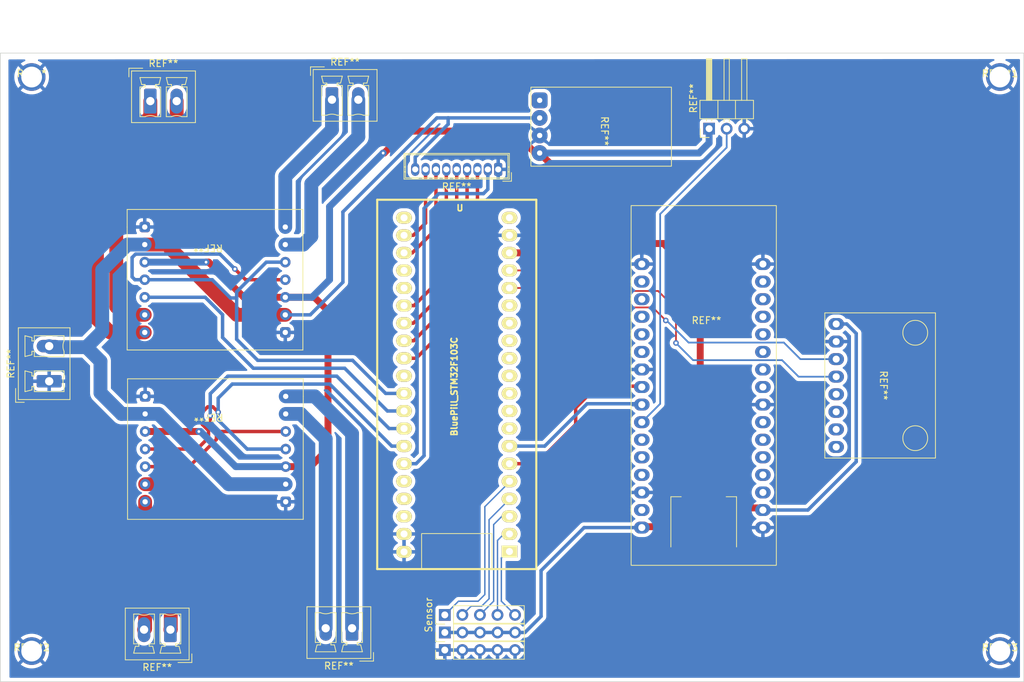
<source format=kicad_pcb>
(kicad_pcb (version 20211014) (generator pcbnew)
  (layers (0 "F.Cu" signal) (31 "B.Cu" signal) (34 "B.Paste" user) (35 "F.Paste" user) (36 "B.SilkS" user "B.Silkscreen") (37 "F.SilkS" user "F.Silkscreen") (38 "B.Mask" user) (39 "F.Mask" user) (44 "Edge.Cuts" user))
  (net 0 "")
  (net 1 "LED_D")
  (net 2 "GND")
  (net 3 "SCL")
  (net 4 "SDA")
  (footprint "Library:Hole" (layer "F.Cu") (at 212.8012 128.524)
    (fp_text reference "REF**3" (at 0 -0.5 unlocked) (layer "F.SilkS"))
    (fp_text value "Hole")
    (pad "1" thru_hole circle locked (at 0 0) (size 4 4) (drill 3) (layers *.Cu *.Mask) (net 2 "GND"))
  )
  (footprint "Library:BluePill_STM32F103C" (layer "F.Cu") (at 141.8844 114.0768 180)
    (fp_text reference "U" (at 7.1628 49.6062) (layer "F.SilkS") (effects (font (size 0.889 0.889) (thickness 0.3048))))
    (fp_text value "BluePill_STM32F103C" (at 7.9756 23.7998 90) (layer "F.SilkS") (effects (font (size 0.889 0.889) (thickness 0.22225))))
    (pad "3V3" thru_hole oval (at 0 48.2092 90) (size 1.7272 2.25) (drill 1.016) (layers *.Cu *.Mask "F.SilkS"))
    (pad "3V3" thru_hole oval (at 15.24 5.0292 270) (size 1.7272 2.25) (drill 1.016) (layers *.Cu *.Mask "F.SilkS"))
    (pad "5V" thru_hole oval (at 0 43.1292 90) (size 1.7272 2.25) (drill 1.016) (layers *.Cu *.Mask "F.SilkS"))
    (pad "A0" thru_hole oval (at 15.24 38.0492 270) (size 1.7272 2.25) (drill 1.016) (layers *.Cu *.Mask "F.SilkS"))
    (pad "A1" thru_hole oval (at 15.24 35.5092 270) (size 1.7272 2.25) (drill 1.016) (layers *.Cu *.Mask "F.SilkS"))
    (pad "A2" thru_hole oval (at 15.24 32.9692 270) (size 1.7272 2.25) (drill 1.016) (layers *.Cu *.Mask "F.SilkS"))
    (pad "A3" thru_hole oval (at 15.24 30.4292 270) (size 1.7272 2.25) (drill 1.016) (layers *.Cu *.Mask "F.SilkS"))
    (pad "A4" thru_hole oval (at 15.24 27.8892 270) (size 1.7272 2.25) (drill 1.016) (layers *.Cu *.Mask "F.SilkS"))
    (pad "A5" thru_hole oval (at 15.24 25.3492 270) (size 1.7272 2.25) (drill 1.016) (layers *.Cu *.Mask "F.SilkS"))
    (pad "A6" thru_hole oval (at 15.24 22.8092 270) (size 1.7272 2.25) (drill 1.016) (layers *.Cu *.Mask "F.SilkS"))
    (pad "A7" thru_hole oval (at 15.24 20.2692 270) (size 1.7272 2.25) (drill 1.016) (layers *.Cu *.Mask "F.SilkS"))
    (pad "A8" thru_hole oval (at 0 10.1092 90) (size 1.7272 2.25) (drill 1.016) (layers *.Cu *.Mask "F.SilkS"))
    (pad "A9" thru_hole oval (at 0 12.6492 90) (size 1.7272 2.25) (drill 1.016) (layers *.Cu *.Mask "F.SilkS"))
    (pad "A10" thru_hole oval (at 0 15.1892 90) (size 1.7272 2.25) (drill 1.016) (layers *.Cu *.Mask "F.SilkS"))
    (pad "A11" thru_hole oval (at 0 17.7292 90) (size 1.7272 2.25) (drill 1.016) (layers *.Cu *.Mask "F.SilkS"))
    (pad "A12" thru_hole oval (at 0 20.2692 90) (size 1.7272 2.25) (drill 1.016) (layers *.Cu *.Mask "F.SilkS"))
    (pad "A15" thru_hole oval (at 0 22.8092 90) (size 1.7272 2.25) (drill 1.016) (layers *.Cu *.Mask "F.SilkS"))
    (pad "B0" thru_hole oval (at 15.24 17.7292 270) (size 1.7272 2.25) (drill 1.016) (layers *.Cu *.Mask "F.SilkS"))
    (pad "B1" thru_hole oval (at 15.24 15.1892 270) (size 1.7272 2.25) (drill 1.016) (layers *.Cu *.Mask "F.SilkS"))
    (pad "B3" thru_hole oval (at 0 25.3492 90) (size 1.7272 2.25) (drill 1.016) (layers *.Cu *.Mask "F.SilkS"))
    (pad "B4" thru_hole oval (at 0 27.8892 90) (size 1.7272 2.25) (drill 1.016) (layers *.Cu *.Mask "F.SilkS"))
    (pad "B5" thru_hole oval (at 0 30.4292 90) (size 1.7272 2.25) (drill 1.016) (layers *.Cu *.Mask "F.SilkS"))
    (pad "B6" thru_hole oval (at 0 32.9692 90) (size 1.7272 2.25) (drill 1.016) (layers *.Cu *.Mask "F.SilkS"))
    (pad "B7" thru_hole oval (at 0 35.5092 90) (size 1.7272 2.25) (drill 1.016) (layers *.Cu *.Mask "F.SilkS"))
    (pad "B8" thru_hole oval (at 0 38.0492 90) (size 1.7272 2.25) (drill 1.016) (layers *.Cu *.Mask "F.SilkS") (net 3 "SCL"))
    (pad "B9" thru_hole oval (at 0 40.5892 90) (size 1.7272 2.25) (drill 1.016) (layers *.Cu *.Mask "F.SilkS") (net 4 "SDA"))
    (pad "B10" thru_hole oval (at 15.24 12.6492 270) (size 1.7272 2.25) (drill 1.016) (layers *.Cu *.Mask "F.SilkS"))
    (pad "B11" thru_hole oval (at 15.24 10.1092 270) (size 1.7272 2.25) (drill 1.016) (layers *.Cu *.Mask "F.SilkS"))
    (pad "B12" thru_hole rect (at 0 -0.0508 90) (size 1.7272 2.25) (drill 1.016) (layers *.Cu *.Mask "F.SilkS"))
    (pad "B13" thru_hole oval (at 0 2.4892 90) (size 1.7272 2.25) (drill 1.016) (layers *.Cu *.Mask "F.SilkS"))
    (pad "B14" thru_hole oval (at 0 5.0292 90) (size 1.7272 2.25) (drill 1.016) (layers *.Cu *.Mask "F.SilkS"))
    (pad "B15" thru_hole oval (at 0 7.5692 90) (size 1.7272 2.25) (drill 1.016) (layers *.Cu *.Mask "F.SilkS"))
    (pad "C13" thru_hole oval (at 15.24 45.6692 270) (size 1.7272 2.25) (drill 1.016) (layers *.Cu *.Mask "F.SilkS"))
    (pad "C14" thru_hole oval (at 15.24 43.1292 270) (size 1.7272 2.25) (drill 1.016) (layers *.Cu *.Mask "F.SilkS"))
    (pad "C15" thru_hole oval (at 15.24 40.5892 270) (size 1.7272 2.25) (drill 1.016) (layers *.Cu *.Mask "F.Paste" "F.SilkS"))
    (pad "G" thru_hole oval (at 15.24 -0.1016 270) (size 1.7272 2.25) (drill 1.016) (layers *.Cu *.Mask "F.SilkS") (net 2 "GND"))
    (pad "G" thru_hole oval (at 15.24 2.4892 270) (size 1.7272 2.25) (drill 1.016) (layers *.Cu *.Mask "F.SilkS") (net 2 "GND"))
    (pad "G" thru_hole oval (at 0 45.6692 90) (size 1.7272 2.25) (drill 1.016) (layers *.Cu *.Mask "F.SilkS") (net 2 "GND"))
    (pad "R" thru_hole oval (at 15.24 7.5692 270) (size 1.7272 2.25) (drill 1.016) (layers *.Cu *.Mask "F.SilkS"))
    (pad "VB" thru_hole oval (at 15.24 48.2092 270) (size 1.7272 2.25) (drill 1.016) (layers *.Cu *.Mask "F.SilkS"))
  )
  (footprint "Connector_PinHeader_2.54mm:PinHeader_1x03_P2.54mm_Horizontal" (layer "F.Cu") (at 170.7538 52.9906 90)
    (fp_text reference "REF**" (at 4.385 -2.27 90) (layer "F.SilkS"))
    (fp_text value "PinHeader_1x03_P2.54mm_Horizontal")
    (pad "DO" thru_hole oval (at 0 2.54 90) (size 1.7 1.7) (drill 1) (layers *.Cu *.Mask) (net 1 "LED_D"))
    (pad "GND" thru_hole oval (at 0 5.08 90) (size 1.7 1.7) (drill 1) (layers *.Cu *.Mask) (net 2 "GND"))
    (pad "VCC" thru_hole rect (at 0 0 90) (size 1.7 1.7) (drill 1) (layers *.Cu *.Mask))
  )
  (footprint "Connector_Phoenix_MC:PhoenixContact_MCV_1,5_2-G-3.81_1x02_P3.81mm_Vertical" (layer "F.Cu") (at 92.8624 125.4252 180)
    (fp_text reference "REF**" (at 1.9 -5.45) (layer "F.SilkS"))
    (fp_text value "PhoenixContact_MCV_1,5_2-G-3.81_1x02_P3.81mm_Vertical" hide)
    (pad "1" thru_hole roundrect (at 0 0 180) (size 1.8 3.6) (drill 1.2) (layers *.Cu *.Mask) (roundrect_rratio 0.138889))
    (pad "2" thru_hole oval (at 3.81 0 180) (size 1.8 3.6) (drill 1.2) (layers *.Cu *.Mask))
  )
  (footprint "Connector_Phoenix_MC:PhoenixContact_MCV_1,5_2-G-3.81_1x02_P3.81mm_Vertical" (layer "F.Cu") (at 119.126 125.222 180)
    (fp_text reference "REF**" (at 1.9 -5.45) (layer "F.SilkS"))
    (fp_text value "PhoenixContact_MCV_1,5_2-G-3.81_1x02_P3.81mm_Vertical" hide)
    (pad "1" thru_hole roundrect (at 0 0 180) (size 1.8 3.6) (drill 1.2) (layers *.Cu *.Mask) (roundrect_rratio 0.138889))
    (pad "2" thru_hole oval (at 3.81 0 180) (size 1.8 3.6) (drill 1.2) (layers *.Cu *.Mask))
  )
  (footprint "Library:Hole" (layer "F.Cu") (at 212.8012 45.524)
    (fp_text reference "REF**1" (at 0 -0.5 unlocked) (layer "F.SilkS"))
    (fp_text value "Hole")
    (pad "1" thru_hole circle locked (at 0 0) (size 4 4) (drill 3) (layers *.Cu *.Mask) (net 2 "GND"))
  )
  (footprint "Connector_PinHeader_2.54mm:PinHeader_1x05_P2.54mm_Vertical" (layer "F.Cu") (at 132.5372 123.2916 90)
    (fp_text reference "Sensor" (at 0 -2.33 90) (layer "F.SilkS"))
    (fp_text value "PinHeader_1x05_P2.54mm_Vertical" hide)
    (pad "1" thru_hole rect (at 0 0 90) (size 1.7 1.7) (drill 1) (layers *.Cu *.Mask))
    (pad "2" thru_hole oval (at 0 2.54 90) (size 1.7 1.7) (drill 1) (layers *.Cu *.Mask))
    (pad "3" thru_hole oval (at 0 5.08 90) (size 1.7 1.7) (drill 1) (layers *.Cu *.Mask))
    (pad "4" thru_hole oval (at 0 7.62 90) (size 1.7 1.7) (drill 1) (layers *.Cu *.Mask))
    (pad "5" thru_hole oval (at 0 10.16 90) (size 1.7 1.7) (drill 1) (layers *.Cu *.Mask))
  )
  (footprint "Library:MPU6050" (layer "F.Cu") (at 195.4784 90.1192 -90)
    (fp_text reference "REF**" (at 0 -0.5 -90 unlocked) (layer "F.SilkS"))
    (fp_text value "MPU6050")
    (pad "ADD" thru_hole oval (at 6.35 6.35 270) (size 1.7272 2.25) (drill 1.016) (layers *.Cu *.Mask))
    (pad "GND" thru_hole oval (at -6.35 6.35 270) (size 1.7272 2.25) (drill 1.016) (layers *.Cu *.Mask) (net 2 "GND"))
    (pad "INT" thru_hole oval (at 8.89 6.35 270) (size 1.7272 2.25) (drill 1.016) (layers *.Cu *.Mask))
    (pad "SCL" thru_hole oval (at -3.81 6.35 270) (size 1.7272 2.25) (drill 1.016) (layers *.Cu *.Mask) (net 3 "SCL"))
    (pad "SDA" thru_hole oval (at -1.27 6.35 270) (size 1.7272 2.25) (drill 1.016) (layers *.Cu *.Mask) (net 4 "SDA"))
    (pad "VCC" thru_hole oval (at -8.89 6.35 270) (size 1.7272 2.25) (drill 1.016) (layers *.Cu *.Mask))
    (pad "XCL" thru_hole oval (at 3.81 6.35 270) (size 1.7272 2.25) (drill 1.016) (layers *.Cu *.Mask))
    (pad "XDA" thru_hole oval (at 1.27 6.35 270) (size 1.7272 2.25) (drill 1.016) (layers *.Cu *.Mask))
  )
  (footprint "Library:Hole" (layer "F.Cu") (at 72.8012 128.524)
    (fp_text reference "REF**2" (at 0 -0.5 unlocked) (layer "F.SilkS"))
    (fp_text value "Hole")
    (pad "1" thru_hole circle locked (at 0 0) (size 4 4) (drill 3) (layers *.Cu *.Mask) (net 2 "GND"))
  )
  (footprint "Library:MINI_DCDC" (layer "F.Cu") (at 155.1432 53.34 -90)
    (fp_text reference "REF**" (at 0 -0.5 -90 unlocked) (layer "F.SilkS"))
    (fp_text value "MINI_DCDC")
    (pad "EN" thru_hole roundrect (at -4.445 8.89 270) (size 2.286 2.286) (drill 0.762) (layers *.Cu *.Mask))
    (pad "GND" thru_hole circle (at 0.635 8.89 270) (size 2.286 2.286) (drill 0.762) (layers *.Cu *.Mask) (net 2 "GND"))
    (pad "IN+" thru_hole circle (at -1.905 8.89 270) (size 2.286 2.286) (drill 0.762) (layers *.Cu *.Mask))
    (pad "VO+" thru_hole circle (at 3.175 8.89 270) (size 2.286 2.286) (drill 0.762) (layers *.Cu *.Mask))
  )
  (footprint "Library:A4950Driver" (layer "F.Cu") (at 112.014 77.3684 180)
    (fp_text reference "REF**" (at 13.7 7.12 180 unlocked) (layer "F.SilkS"))
    (fp_text value "A4950Driver")
    (pad "AIN1" thru_hole circle (at 2.54 5.08 180) (size 1.524 1.524) (drill 0.762) (layers *.Cu *.Mask))
    (pad "AIN2" thru_hole circle (at 2.54 2.54 180) (size 1.524 1.524) (drill 0.762) (layers *.Cu *.Mask))
    (pad "AOUT1" thru_hole circle (at 22.86 -2.54 180) (size 1.524 1.524) (drill 0.762) (layers *.Cu *.Mask))
    (pad "AOUT2" thru_hole circle (at 22.86 -5.08 180) (size 1.524 1.524) (drill 0.762) (layers *.Cu *.Mask))
    (pad "BIN1" thru_hole circle (at 22.86 0 180) (size 1.524 1.524) (drill 0.762) (layers *.Cu *.Mask "F.Paste"))
    (pad "BIN2" thru_hole circle (at 22.86 2.54 180) (size 1.524 1.524) (drill 0.762) (layers *.Cu *.Mask))
    (pad "BOUT1" thru_hole circle (at 2.54 7.62 180) (size 1.524 1.524) (drill 0.762) (layers *.Cu *.Mask))
    (pad "BOUT2" thru_hole circle (at 2.54 10.16 180) (size 1.524 1.524) (drill 0.762) (layers *.Cu *.Mask))
    (pad "GND" thru_hole roundrect (at 22.86 10.16 180) (size 1.524 1.524) (drill 0.762) (layers *.Cu *.Mask) (net 2 "GND"))
    (pad "GND" thru_hole roundrect (at 2.54 -5.08 180) (size 1.524 1.524) (drill 0.762) (layers *.Cu *.Mask) (net 2 "GND"))
    (pad "VCC" thru_hole circle (at 22.86 5.08 180) (size 1.524 1.524) (drill 0.762) (layers *.Cu *.Mask))
    (pad "VCC" thru_hole circle (at 2.54 0 180) (size 1.524 1.524) (drill 0.762) (layers *.Cu *.Mask))
    (pad "VM" thru_hole circle (at 2.54 -2.54 180) (size 1.524 1.524) (drill 0.762) (layers *.Cu *.Mask))
    (pad "VM" thru_hole circle (at 22.86 7.62 180) (size 1.524 1.524) (drill 0.762) (layers *.Cu *.Mask))
  )
  (footprint "Connector_Phoenix_MC:PhoenixContact_MCV_1,5_2-G-3.81_1x02_P3.81mm_Vertical" (layer "F.Cu") (at 89.9589 49.0041)
    (fp_text reference "REF**" (at 1.9 -5.45) (layer "F.SilkS"))
    (fp_text value "PhoenixContact_MCV_1,5_2-G-3.81_1x02_P3.81mm_Vertical" hide)
    (pad "1" thru_hole roundrect (at 0 0) (size 1.8 3.6) (drill 1.2) (layers *.Cu *.Mask) (roundrect_rratio 0.138889))
    (pad "2" thru_hole oval (at 3.81 0) (size 1.8 3.6) (drill 1.2) (layers *.Cu *.Mask))
  )
  (footprint "Connector_PinHeader_2.54mm:PinHeader_1x05_P2.54mm_Vertical" (layer "F.Cu") (at 132.5372 128.3716 90)
    (fp_text reference "REF**" hide)
    (fp_text value "PinHeader_1x05_P2.54mm_Vertical" hide)
    (pad "1" thru_hole rect (at 0 0 90) (size 1.7 1.7) (drill 1) (layers *.Cu *.Mask) (net 2 "GND"))
    (pad "2" thru_hole oval (at 0 2.54 90) (size 1.7 1.7) (drill 1) (layers *.Cu *.Mask) (net 2 "GND"))
    (pad "3" thru_hole oval (at 0 5.08 90) (size 1.7 1.7) (drill 1) (layers *.Cu *.Mask) (net 2 "GND"))
    (pad "4" thru_hole oval (at 0 7.62 90) (size 1.7 1.7) (drill 1) (layers *.Cu *.Mask) (net 2 "GND"))
    (pad "5" thru_hole oval (at 0 10.16 90) (size 1.7 1.7) (drill 1) (layers *.Cu *.Mask) (net 2 "GND"))
  )
  (footprint "Library:Luatos_ESP32C3" (layer "F.Cu") (at 161.0213 110.66645)
    (fp_text reference "REF**" (at 9.3619 -29.94525 unlocked) (layer "F.SilkS"))
    (fp_text value "Luatos_ESP32C3")
    (pad "3V3" thru_hole oval (at 17.51 -15.24 270) (size 1.7272 2.25) (drill 1.016) (layers *.Cu "B.Mask"))
    (pad "3V3" thru_hole oval (at 0 -7.62 270) (size 1.7272 2.25) (drill 1.016) (layers *.Cu "B.Mask"))
    (pad "3V3" thru_hole oval (at 17.51 -35.56 270) (size 1.7272 2.25) (drill 1.016) (layers *.Cu "B.Mask"))
    (pad "5V" thru_hole oval (at 17.51 -2.54 270) (size 1.7272 2.25) (drill 1.016) (layers *.Cu "B.Mask"))
    (pad "5V" thru_hole oval (at 0 0 270) (size 1.7272 2.25) (drill 1.016) (layers *.Cu "B.Mask"))
    (pad "EN" thru_hole oval (at 0 -10.16 270) (size 1.7272 2.25) (drill 1.016) (layers *.Cu "B.Mask"))
    (pad "GND" thru_hole oval (at 0 -5.08 270) (size 1.7272 2.25) (drill 1.016) (layers *.Cu "B.Mask") (net 2 "GND"))
    (pad "GND" thru_hole oval (at 0 -38.1 270) (size 1.7272 2.25) (drill 1.016) (layers *.Cu "B.Mask") (net 2 "GND"))
    (pad "GND" thru_hole oval (at 0 -22.86 270) (size 1.7272 2.25) (drill 1.016) (layers *.Cu "B.Mask") (net 2 "GND"))
    (pad "GND" thru_hole oval (at 17.51 -17.78 270) (size 1.7272 2.25) (drill 1.016) (layers *.Cu "B.Mask") (net 2 "GND"))
    (pad "GND" thru_hole oval (at 17.51 0 270) (size 1.7272 2.25) (drill 1.016) (layers *.Cu "B.Mask") (net 2 "GND"))
    (pad "GND" thru_hole oval (at 17.51 -38.1 270) (size 1.7272 2.25) (drill 1.016) (layers *.Cu "B.Mask") (net 2 "GND"))
    (pad "IO00" thru_hole oval (at 0 -35.56 270) (size 1.7272 2.25) (drill 1.016) (layers *.Cu "B.Mask"))
    (pad "IO01" thru_hole oval (at 0 -33.02 270) (size 1.7272 2.25) (drill 1.016) (layers *.Cu "B.Mask"))
    (pad "IO02" thru_hole oval (at 17.51 -33.02 270) (size 1.7272 2.25) (drill 1.016) (layers *.Cu "B.Mask"))
    (pad "IO03" thru_hole oval (at 17.51 -30.48 270) (size 1.7272 2.25) (drill 1.016) (layers *.Cu "B.Mask"))
    (pad "IO04" thru_hole oval (at 17.51 -10.16 270) (size 1.7272 2.25) (drill 1.016) (layers *.Cu "B.Mask"))
    (pad "IO05" thru_hole oval (at 17.51 -12.7 270) (size 1.7272 2.25) (drill 1.016) (layers *.Cu "B.Mask"))
    (pad "IO06" thru_hole oval (at 17.51 -25.4 270) (size 1.7272 2.25) (drill 1.016) (layers *.Cu "B.Mask"))
    (pad "IO07" thru_hole oval (at 17.51 -22.86 270) (size 1.7272 2.25) (drill 1.016) (layers *.Cu "B.Mask"))
    (pad "IO08" thru_hole oval (at 17.51 -7.62 270) (size 1.7272 2.25) (drill 1.016) (layers *.Cu "B.Mask"))
    (pad "IO09" thru_hole oval (at 17.51 -5.08 270) (size 1.7272 2.25) (drill 1.016) (layers *.Cu "B.Mask"))
    (pad "IO10" thru_hole oval (at 17.51 -27.94 270) (size 1.7272 2.25) (drill 1.016) (layers *.Cu "B.Mask"))
    (pad "IO11" thru_hole oval (at 17.51 -20.32 270) (size 1.7272 2.25) (drill 1.016) (layers *.Cu "B.Mask"))
    (pad "IO12" thru_hole oval (at 0 -30.48 270) (size 1.7272 2.25) (drill 1.016) (layers *.Cu "B.Mask"))
    (pad "IO13" thru_hole oval (at 0 -15.24 270) (size 1.7272 2.25) (drill 1.016) (layers *.Cu "B.Mask") (net 1 "LED_D"))
    (pad "IO18" thru_hole oval (at 0 -27.94 270) (size 1.7272 2.25) (drill 1.016) (layers *.Cu "B.Mask"))
    (pad "IO19" thru_hole oval (at 0 -25.4 270) (size 1.7272 2.25) (drill 1.016) (layers *.Cu "B.Mask"))
    (pad "NC" thru_hole oval (at 0 -12.7 270) (size 1.7272 2.25) (drill 1.016) (layers *.Cu "B.Mask"))
    (pad "PWB" thru_hole oval (at 0 -2.54 270) (size 1.7272 2.25) (drill 1.016) (layers *.Cu "B.Mask"))
    (pad "RXD0" thru_hole oval (at 0 -20.32 270) (size 1.7272 2.25) (drill 1.016) (layers *.Cu "B.Mask"))
    (pad "TXD0" thru_hole oval (at 0 -17.78 270) (size 1.7272 2.25) (drill 1.016) (layers *.Cu "B.Mask"))
  )
  (footprint "Connector_Phoenix_MC_HighVoltage:PhoenixContact_MCV_1,5_2-G-5.08_1x02_P5.08mm_Vertical" (layer "F.Cu") (at 75.3364 89.5096 90)
    (fp_text reference "REF**" (at 2.54 -5.55 90) (layer "F.SilkS"))
    (fp_text value "PhoenixContact_MCV_1,5_2-G-5.08_1x02_P5.08mm_Vertical")
    (pad "B+" thru_hole oval (at 5.08 0 90) (size 1.8 3.6) (drill 1.2) (layers *.Cu *.Mask))
    (pad "GND" thru_hole roundrect (at 0 0 90) (size 1.8 3.6) (drill 1.2) (layers *.Cu *.Mask) (roundrect_rratio 0.138889) (net 2 "GND"))
  )
  (footprint "Connector_Phoenix_MC:PhoenixContact_MCV_1,5_2-G-3.81_1x02_P3.81mm_Vertical" (layer "F.Cu") (at 116.2225 48.8009)
    (fp_text reference "REF**" (at 1.9 -5.45) (layer "F.SilkS"))
    (fp_text value "PhoenixContact_MCV_1,5_2-G-3.81_1x02_P3.81mm_Vertical" hide)
    (pad "1" thru_hole roundrect (at 0 0) (size 1.8 3.6) (drill 1.2) (layers *.Cu *.Mask) (roundrect_rratio 0.138889))
    (pad "2" thru_hole oval (at 3.81 0) (size 1.8 3.6) (drill 1.2) (layers *.Cu *.Mask))
  )
  (footprint "Library:Hole" (layer "F.Cu") (at 72.8012 45.524)
    (fp_text reference "REF**" (at 0 -0.5 unlocked) (layer "F.SilkS"))
    (fp_text value "Hole")
    (pad "1" thru_hole circle locked (at 0 0) (size 4 4) (drill 3) (layers *.Cu *.Mask) (net 2 "GND"))
  )
  (footprint "Connector_Wuerth:Wuerth_WR-WTB_64800911622_1x09_P1.50mm_Vertical" (layer "F.Cu") (at 140.2588 58.8772 180)
    (fp_text reference "REF**" (at 6 -2.5 180) (layer "F.SilkS"))
    (fp_text value "Wuerth_WR-WTB_64800911622_1x09_P1.50mm_Vertical")
    (pad "1" thru_hole roundrect (at 0 0 180) (size 1.17 1.87) (drill 0.87) (layers *.Cu *.Mask) (roundrect_rratio 0.213675) (net 2 "GND"))
    (pad "2" thru_hole oval (at 1.5 0 180) (size 1.17 1.87) (drill 0.87) (layers *.Cu *.Mask))
    (pad "3" thru_hole oval (at 3 0 180) (size 1.17 1.87) (drill 0.87) (layers *.Cu *.Mask))
    (pad "4" thru_hole oval (at 4.5 0 180) (size 1.17 1.87) (drill 0.87) (layers *.Cu *.Mask))
    (pad "5" thru_hole oval (at 6 0 180) (size 1.17 1.87) (drill 0.87) (layers *.Cu *.Mask))
    (pad "6" thru_hole oval (at 7.5 0 180) (size 1.17 1.87) (drill 0.87) (layers *.Cu *.Mask))
    (pad "7" thru_hole oval (at 9 0 180) (size 1.17 1.87) (drill 0.87) (layers *.Cu *.Mask))
    (pad "8" thru_hole oval (at 10.5 0 180) (size 1.17 1.87) (drill 0.87) (layers *.Cu *.Mask))
    (pad "9" thru_hole oval (at 12 0 180) (size 1.17 1.87) (drill 0.87) (layers *.Cu *.Mask))
  )
  (footprint "Connector_PinHeader_2.54mm:PinHeader_1x05_P2.54mm_Vertical" (layer "F.Cu") (at 132.5422 125.8316 90)
    (fp_text reference "REF**" hide)
    (fp_text value "PinHeader_1x05_P2.54mm_Vertical" hide)
    (pad "1" thru_hole rect (at 0 0 90) (size 1.7 1.7) (drill 1) (layers *.Cu *.Mask))
    (pad "2" thru_hole oval (at 0 2.54 90) (size 1.7 1.7) (drill 1) (layers *.Cu *.Mask))
    (pad "3" thru_hole oval (at 0 5.08 90) (size 1.7 1.7) (drill 1) (layers *.Cu *.Mask))
    (pad "4" thru_hole oval (at 0 7.62 90) (size 1.7 1.7) (drill 1) (layers *.Cu *.Mask))
    (pad "5" thru_hole oval (at 0 10.16 90) (size 1.7 1.7) (drill 1) (layers *.Cu *.Mask))
  )
  (footprint "Library:A4950Driver" (layer "F.Cu") (at 112.0714 101.854 180)
    (fp_text reference "REF**" (at 13.7 7.12 180 unlocked) (layer "F.SilkS"))
    (fp_text value "A4950Driver")
    (pad "AIN1" thru_hole circle (at 2.54 5.08 180) (size 1.524 1.524) (drill 0.762) (layers *.Cu *.Mask))
    (pad "AIN2" thru_hole circle (at 2.54 2.54 180) (size 1.524 1.524) (drill 0.762) (layers *.Cu *.Mask))
    (pad "AOUT1" thru_hole circle (at 22.86 -2.54 180) (size 1.524 1.524) (drill 0.762) (layers *.Cu *.Mask))
    (pad "AOUT2" thru_hole circle (at 22.86 -5.08 180) (size 1.524 1.524) (drill 0.762) (layers *.Cu *.Mask))
    (pad "BIN1" thru_hole circle (at 22.86 0 180) (size 1.524 1.524) (drill 0.762) (layers *.Cu *.Mask "F.Paste"))
    (pad "BIN2" thru_hole circle (at 22.86 2.54 180) (size 1.524 1.524) (drill 0.762) (layers *.Cu *.Mask))
    (pad "BOUT1" thru_hole circle (at 2.54 7.62 180) (size 1.524 1.524) (drill 0.762) (layers *.Cu *.Mask))
    (pad "BOUT2" thru_hole circle (at 2.54 10.16 180) (size 1.524 1.524) (drill 0.762) (layers *.Cu *.Mask))
    (pad "GND" thru_hole roundrect (at 22.86 10.16 180) (size 1.524 1.524) (drill 0.762) (layers *.Cu *.Mask) (net 2 "GND"))
    (pad "GND" thru_hole roundrect (at 2.54 -5.08 180) (size 1.524 1.524) (drill 0.762) (layers *.Cu *.Mask) (net 2 "GND"))
    (pad "VCC" thru_hole circle (at 2.54 0 180) (size 1.524 1.524) (drill 0.762) (layers *.Cu *.Mask))
    (pad "VCC" thru_hole circle (at 22.86 5.08 180) (size 1.524 1.524) (drill 0.762) (layers *.Cu *.Mask))
    (pad "VM" thru_hole circle (at 22.86 7.62 180) (size 1.524 1.524) (drill 0.762) (layers *.Cu *.Mask))
    (pad "VM" thru_hole circle (at 2.54 -2.54 180) (size 1.524 1.524) (drill 0.762) (layers *.Cu *.Mask))
  )
  (gr_rect (start 68.2752 42.0624) (end 216.2556 132.9436) (layer "Edge.Cuts") (width 0.1) (fill none))
  (segment (start 115.6462 99.314) (end 113.1062 101.854) (width 1) (layer "F.Cu") (net 0))
  (segment (start 127.9852 68.4076) (end 126.6444 68.4076) (width 0.5) (layer "F.Cu") (net 0))
  (segment (start 145.6182 56.515) (end 146.2532 56.515) (width 1) (layer "F.Cu") (net 0))
  (segment (start 127.8328 70.9476) (end 126.6444 70.9476) (width 0.5) (layer "F.Cu") (net 0))
  (segment (start 98.0186 72.2884) (end 98.3996 72.2884) (width 1) (layer "F.Cu") (net 0))
  (segment (start 151.4602 95.758) (end 151.4602 93.345) (width 0.5) (layer "F.Cu") (net 0))
  (segment (start 129.7588 66.634) (end 127.9852 68.4076) (width 0.5) (layer "F.Cu") (net 0))
  (segment (start 128.036 83.6476) (end 126.6444 83.6476) (width 0.5) (layer "F.Cu") (net 0))
  (segment (start 99.5172 96.774) (end 99.5172 97.917) (width 0.5) (layer "F.Cu") (net 0))
  (segment (start 103.7336 74.8284) (end 102.1842 73.279) (width 0.5) (layer "F.Cu") (net 0))
  (segment (start 137.2588 77.3204) (end 128.3916 86.1876) (width 0.5) (layer "F.Cu") (net 0))
  (segment (start 166.1668 107.823) (end 178.1302 107.823) (width 1) (layer "F.Cu") (net 0))
  (segment (start 95.5802 101.854) (end 89.2114 101.854) (width 0.5) (layer "F.Cu") (net 0))
  (segment (start 131.2588 67.5216) (end 127.8328 70.9476) (width 0.5) (layer "F.Cu") (net 0))
  (segment (start 151.4602 93.345) (end 154.5844 90.2208) (width 0.5) (layer "F.Cu") (net 0))
  (segment (start 109.474 74.8284) (end 103.7336 74.8284) (width 0.5) (layer "F.Cu") (net 0))
  (segment (start 89.154 69.7484) (end 92.3036 69.7484) (width 2) (layer "F.Cu") (net 0))
  (segment (start 149.8092 67.564) (end 146.4256 70.9476) (width 1) (layer "F.Cu") (net 0))
  (segment (start 149.8092 60.071) (end 149.8092 67.564) (width 1) (layer "F.Cu") (net 0))
  (segment (start 98.6282 95.885) (end 99.5172 96.774) (width 0.5) (layer "F.Cu") (net 0))
  (segment (start 151.8412 69.596) (end 164.1602 69.596) (width 1) (layer "F.Cu") (net 0))
  (segment (start 98.3742 97.663) (end 96.7232 99.314) (width 0.5) (layer "F.Cu") (net 0))
  (segment (start 134.2588 74.834) (end 127.9852 81.1076) (width 0.5) (layer "F.Cu") (net 0))
  (segment (start 98.6282 94.488) (end 98.6282 95.885) (width 0.5) (layer "F.Cu") (net 0))
  (segment (start 169.4688 74.9046) (end 169.4688 104.521) (width 1) (layer "F.Cu") (net 0))
  (segment (start 89.2114 104.394) (end 90.8812 104.394) (width 2) (layer "F.Cu") (net 0))
  (segment (start 97.4852 93.98) (end 97.4852 95.758) (width 0.5) (layer "F.Cu") (net 0))
  (segment (start 93.7689 49.0041) (end 93.7689 52.9923) (width 2) (layer "F.Cu") (net 0))
  (segment (start 146.4256 70.9476) (end 141.8844 70.9476) (width 1) (layer "F.Cu") (net 0))
  (segment (start 89.9589 49.0041) (end 89.9589 51.2143) (width 2) (layer "F.Cu") (net 0))
  (segment (start 98.2472 93.218) (end 97.4852 93.98) (width 0.5) (layer "F.Cu") (net 0))
  (segment (start 141.8844 101.4276) (end 145.7906 101.4276) (width 0.5) (layer "F.Cu") (net 0))
  (segment (start 128.3916 86.1876) (end 126.6444 86.1876) (width 0.5) (layer "F.Cu") (net 0))
  (segment (start 131.2588 58.8772) (end 131.2588 67.5216) (width 0.5) (layer "F.Cu") (net 0))
  (segment (start 89.9589 51.2143) (end 82.2452 58.928) (width 2) (layer "F.Cu") (net 0))
  (segment (start 89.2114 96.774) (end 96.9772 96.774) (width 1) (layer "F.Cu") (net 0))
  (segment (start 135.7588 58.8772) (end 135.7588 75.9248) (width 0.5) (layer "F.Cu") (net 0))
  (segment (start 86.2076 79.9084) (end 89.154 79.9084) (width 2) (layer "F.Cu") (net 0))
  (segment (start 98.3996 72.2884) (end 103.4796 77.3684) (width 1) (layer "F.Cu") (net 0))
  (segment (start 134.2588 58.8772) (end 134.2588 74.834) (width 0.5) (layer "F.Cu") (net 0))
  (segment (start 98.3742 96.647) (end 98.3742 97.663) (width 0.5) (layer "F.Cu") (net 0))
  (segment (start 126.9492 53.34) (end 142.4432 53.34) (width 1) (layer "F.Cu") (net 0))
  (segment (start 129.7588 58.8772) (end 129.7588 66.634) (width 0.5) (layer "F.Cu") (net 0))
  (segment (start 102.4636 79.9084) (end 109.474 79.9084) (width 2) (layer "F.Cu") (net 0))
  (segment (start 142.4432 53.34) (end 145.6182 56.515) (width 1) (layer "F.Cu") (net 0))
  (segment (start 96.7232 99.314) (end 89.2114 99.314) (width 0.5) (layer "F.Cu") (net 0))
  (segment (start 89.2114 106.934) (end 89.2114 125.2662) (width 2) (layer "F.Cu") (net 0))
  (segment (start 135.7588 75.9248) (end 128.036 83.6476) (width 0.5) (layer "F.Cu") (net 0))
  (segment (start 93.7689 52.9923) (end 85.0392 61.722) (width 2) (layer "F.Cu") (net 0))
  (segment (start 178.1302 107.823) (end 178.308 108.0008) (width 1) (layer "F.Cu") (net 0))
  (segment (start 137.2588 58.8772) (end 137.2588 77.3204) (width 0.5) (layer "F.Cu") (net 0))
  (segment (start 146.2532 56.515) (end 149.8092 60.071) (width 1) (layer "F.Cu") (net 0))
  (segment (start 89.2114 125.2662) (end 89.0524 125.4252) (width 2) (layer "F.Cu") (net 0))
  (segment (start 113.1062 101.854) (end 109.5314 101.854) (width 1) (layer "F.Cu") (net 0))
  (segment (start 154.5844 90.2208) (end 159.9692 90.2208) (width 0.5) (layer "F.Cu") (net 0))
  (segment (start 127.9852 81.1076) (end 126.6444 81.1076) (width 0.5) (layer "F.Cu") (net 0))
  (segment (start 159.9692 90.2208) (end 160.798 90.2208) (width 0.5) (layer "F.Cu") (net 0))
  (segment (start 92.9132 125.3744) (end 92.8624 125.4252) (width 2) (layer "F.Cu") (net 0))
  (segment (start 161.0213 90.34645) (end 160.09485 90.34645) (width 0.5) (layer "F.Cu") (net 0))
  (segment (start 99.0092 93.218) (end 98.2472 93.218) (width 0.5) (layer "F.Cu") (net 0))
  (segment (start 128.0868 78.5676) (end 126.6444 78.5676) (width 0.5) (layer "F.Cu") (net 0))
  (segment (start 85.0392 78.74) (end 86.2076 79.9084) (width 2) (layer "F.Cu") (net 0))
  (segment (start 99.7712 93.98) (end 99.0092 93.218) (width 0.5) (layer "F.Cu") (net 0))
  (segment (start 163.3474 110.5408) (end 165.9382 107.95) (width 1) (layer "F.Cu") (net 0))
  (segment (start 160.09485 90.34645) (end 159.9692 90.2208) (width 0.5) (layer "F.Cu") (net 0))
  (segment (start 149.8092 67.564) (end 151.8412 69.596) (width 1) (layer "F.Cu") (net 0))
  (segment (start 92.3036 69.7484) (end 102.4636 79.9084) (width 2) (layer "F.Cu") (net 0))
  (segment (start 160.798 110.5408) (end 163.3474 110.5408) (width 1) (layer "F.Cu") (net 0))
  (segment (start 85.0392 61.722) (end 85.0392 78.74) (width 2) (layer "F.Cu") (net 0))
  (segment (start 123.7742 56.515) (end 126.9492 53.34) (width 1) (layer "F.Cu") (net 0))
  (segment (start 84.1756 82.4484) (end 89.154 82.4484) (width 2) (layer "F.Cu") (net 0))
  (segment (start 164.1602 69.596) (end 169.4688 74.9046) (width 1) (layer "F.Cu") (net 0))
  (segment (start 99.5172 96.774) (end 109.5314 96.774) (width 0.5) (layer "F.Cu") (net 0))
  (segment (start 113.6904 77.3684) (end 115.6462 79.3242) (width 1) (layer "F.Cu") (net 0))
  (segment (start 103.4796 77.3684) (end 109.474 77.3684) (width 1) (layer "F.Cu") (net 0))
  (segment (start 97.4852 95.758) (end 98.3742 96.647) (width 0.5) (layer "F.Cu") (net 0))
  (segment (start 90.8812 104.394) (end 92.9132 106.426) (width 2) (layer "F.Cu") (net 0))
  (segment (start 99.5172 97.917) (end 95.5802 101.854) (width 0.5) (layer "F.Cu") (net 0))
  (segment (start 92.9132 106.426) (end 92.9132 125.3744) (width 2) (layer "F.Cu") (net 0))
  (segment (start 132.7588 73.8956) (end 128.0868 78.5676) (width 0.5) (layer "F.Cu") (net 0))
  (segment (start 109.474 77.3684) (end 113.6904 77.3684) (width 1) (layer "F.Cu") (net 0))
  (segment (start 123.6218 56.515) (end 123.7742 56.515) (width 1) (layer "F.Cu") (net 0))
  (segment (start 132.7588 58.8772) (end 132.7588 73.8956) (width 0.5) (layer "F.Cu") (net 0))
  (segment (start 169.4688 104.521) (end 166.1668 107.823) (width 1) (layer "F.Cu") (net 0))
  (segment (start 82.2452 58.928) (end 82.2452 80.518) (width 2) (layer "F.Cu") (net 0))
  (segment (start 145.7906 101.4276) (end 151.4602 95.758) (width 0.5) (layer "F.Cu") (net 0))
  (segment (start 82.2452 80.518) (end 84.1756 82.4484) (width 2) (layer "F.Cu") (net 0))
  (segment (start 115.6462 79.3242) (end 115.6462 99.314) (width 1) (layer "F.Cu") (net 0))
  (via (at 98.0186 72.2884) (size 0.8) (drill 0.4) (layers "F.Cu" "B.Cu") (net 0))
  (via (at 96.9772 96.774) (size 0.8) (drill 0.4) (layers "F.Cu" "B.Cu") (net 0))
  (via (at 102.1842 73.279) (size 0.8) (drill 0.4) (layers "F.Cu" "B.Cu") (net 0))
  (via (at 123.6218 56.515) (size 0.8) (drill 0.4) (layers "F.Cu" "B.Cu") (net 0))
  (via (at 98.6282 94.488) (size 0.8) (drill 0.4) (layers "F.Cu" "B.Cu") (net 0))
  (via (at 99.7712 93.98) (size 0.8) (drill 0.4) (layers "F.Cu" "B.Cu") (net 0))
  (segment (start 140.716 121.3104) (end 142.6972 123.2916) (width 0.2) (layer "B.Cu") (net 0))
  (segment (start 116.2225 53.1447) (end 116.2225 48.8009) (width 2) (layer "B.Cu") (net 0))
  (segment (start 113.7412 91.694) (end 119.126 97.0788) (width 2) (layer "B.Cu") (net 0))
  (segment (start 111.7092 94.234) (end 115.316 97.8408) (width 2) (layer "B.Cu") (net 0))
  (segment (start 124.8718 98.8876) (end 126.6444 98.8876) (width 0.5) (layer "B.Cu") (net 0))
  (segment (start 124.4908 96.3476) (end 116.9162 88.773) (width 0.5) (layer "B.Cu") (net 0))
  (segment (start 87.7316 74.8284) (end 89.154 74.8284) (width 0.5) (layer "B.Cu") (net 0))
  (segment (start 146.4564 116.8908) (end 152.68075 110.66645) (width 0.5) (layer "B.Cu") (net 0))
  (segment (start 109.5314 94.234) (end 111.7092 94.234) (width 2) (layer "B.Cu") (net 0))
  (segment (start 189.1284 81.2292) (end 190.6524 81.2292) (width 0.5) (layer "B.Cu") (net 0))
  (segment (start 137.6222 125.8316) (end 140.1622 125.8316) (width 0.5) (layer "B.Cu") (net 0))
  (segment (start 102.1842 73.279) (end 100.0252 71.12) (width 0.5) (layer "B.Cu") (net 0))
  (segment (start 117.8052 75.184) (end 117.8052 65.024) (width 0.5) (layer "B.Cu") (net 0))
  (segment (start 138.938 109.5248) (end 138.938 120.9548) (width 0.2) (layer "B.Cu") (net 0))
  (segment (start 119.126 97.0788) (end 119.126 125.222) (width 2) (layer "B.Cu") (net 0))
  (segment (start 106.7308 72.2884) (end 109.474 72.2884) (width 0.5) (layer "B.Cu") (net 0))
  (segment (start 192.024 101.1428) (end 185.04035 108.12645) (width 0.5) (layer "B.Cu") (net 0))
  (segment (start 137.8712 122.0216) (end 136.3472 122.0216) (width 0.2) (layer "B.Cu") (net 0))
  (segment (start 113.0808 79.9084) (end 117.8052 75.184) (width 0.5) (layer "B.Cu") (net 0))
  (segment (start 97.2312 96.774) (end 102.3112 101.854) (width 1) (layer "B.Cu") (net 0))
  (segment (start 109.474 69.7484) (end 112.0648 69.7484) (width 2) (layer "B.Cu") (net 0))
  (segment (start 85.8012 94.234) (end 82.7532 91.186) (width 2) (layer "B.Cu") (net 0))
  (segment (start 87.3252 71.628) (end 87.3252 74.422) (width 0.5) (layer "B.Cu") (net 0))
  (segment (start 141.8844 114.1276) (end 141.6504 114.1276) (width 0.2) (layer "B.Cu") (net 0))
  (segment (start 129.54 64.516) (end 131.6736 62.3824) (width 0.5) (layer "B.Cu") (net 0))
  (segment (start 140.716 115.062) (end 140.716 121.3104) (width 0.2) (layer "B.Cu") (net 0))
  (segment (start 112.0648 69.7484) (end 113.2332 68.58) (width 2) (layer "B.Cu") (net 0))
  (segment (start 141.8844 106.5076) (end 141.8844 106.5784) (width 0.2) (layer "B.Cu") (net 0))
  (segment (start 119.2022 86.487) (end 105.4862 86.487) (width 0.5) (layer "B.Cu") (net 0))
  (segment (start 98.0186 72.2884) (end 89.154 72.2884) (width 1) (layer "B.Cu") (net 0))
  (segment (start 141.8844 109.0476) (end 140.7868 109.0476) (width 0.2) (layer "B.Cu") (net 0))
  (segment (start 89.154 69.7484) (end 86.6648 69.7484) (width 2) (layer "B.Cu") (net 0))
  (segment (start 146.4564 123.4948) (end 146.4564 116.8908) (width 0.5) (layer "B.Cu") (net 0))
  (segment (start 131.3942 51.435) (end 133.0198 51.435) (width 0.5) (layer "B.Cu") (net 0))
  (segment (start 134.5184 121.3104) (end 132.5372 123.2916) (width 0.2) (layer "B.Cu") (net 0))
  (segment (start 128.2588 57.1104) (end 133.0198 52.3494) (width 0.5) (layer "B.Cu") (net 0))
  (segment (start 138.3284 120.3452) (end 137.3632 121.3104) (width 0.2) (layer "B.Cu") (net 0))
  (segment (start 99.7712 93.98) (end 99.7712 95.123) (width 0.5) (layer "B.Cu") (net 0))
  (segment (start 126.6444 96.3476) (end 124.4908 96.3476) (width 0.5) (layer "B.Cu") (net 0))
  (segment (start 98.6282 91.313) (end 98.6282 94.488) (width 0.5) (layer "B.Cu") (net 0))
  (segment (start 96.9772 96.774) (end 97.2312 96.774) (width 1) (layer "B.Cu") (net 0))
  (segment (start 113.2332 68.58) (end 113.2332 60.96) (width 2) (layer "B.Cu") (net 0))
  (segment (start 120.0325 54.1607) (end 120.0325 48.8009) (width 2) (layer "B.Cu") (net 0))
  (segment (start 101.1682 88.773) (end 98.6282 91.313) (width 0.5) (layer "B.Cu") (net 0))
  (segment (start 160.798 92.7608) (end 159.6136 92.7608) (width 0.5) (layer "B.Cu") (net 0))
  (segment (start 153.1112 92.7608) (end 146.9844 98.8876) (width 0.5) (layer "B.Cu") (net 0))
  (segment (start 100.4062 79.883) (end 97.8916 77.3684) (width 0.5) (layer "B.Cu") (net 0))
  (segment (start 82.7532 91.186) (end 82.7532 86.614) (width 2) (layer "B.Cu") (net 0))
  (segment (start 99.7712 95.123) (end 103.9622 99.314) (width 0.5) (layer "B.Cu") (net 0))
  (segment (start 161.0213 92.88645) (end 159.73925 92.88645) (width 0.5) (layer "B.Cu") (net 0))
  (segment (start 109.474 59.8932) (end 116.2225 53.1447) (width 2) (layer "B.Cu") (net 0))
  (segment (start 185.04035 108.12645) (end 178.5313 108.12645) (width 0.5) (layer "B.Cu") (net 0))
  (segment (start 103.9622 99.314) (end 109.5314 99.314) (width 0.5) (layer "B.Cu") (net 0))
  (segment (start 128.2588 58.8772) (end 128.2588 57.1104) (width 0.5) (layer "B.Cu") (net 0))
  (segment (start 126.6444 93.8076) (end 124.2368 93.8076) (width 0.5) (layer "B.Cu") (net 0))
  (segment (start 123.9828 91.2676) (end 119.2022 86.487) (width 0.5) (layer "B.Cu") (net 0))
  (segment (start 141.8844 106.5784) (end 138.938 109.5248) (width 0.2) (layer "B.Cu") (net 0))
  (segment (start 98.9076 74.8284) (end 101.5492 77.47) (width 0.5) (layer "B.Cu") (net 0))
  (segment (start 115.8748 74.8284) (end 113.3348 77.3684) (width 1) (layer "B.Cu") (net 0))
  (segment (start 86.6648 69.7484) (end 83.0072 73.406) (width 2) (layer "B.Cu") (net 0))
  (segment (start 190.6524 81.2292) (end 192.024 82.6008) (width 0.5) (layer "B.Cu") (net 0))
  (segment (start 141.0916 111.5876) (end 140.1572 112.522) (width 0.2) (layer "B.Cu") (net 0))
  (segment (start 102.3112 101.854) (end 109.5314 101.854) (width 1) (layer "B.Cu") (net 0))
  (segment (start 136.3472 122.0216) (end 135.0772 123.2916) (width 0.2) (layer "B.Cu") (net 0))
  (segment (start 170.7538 52.9906) (end 170.7538 55.0522) (width 1) (layer "B.Cu") (net 0))
  (segment (start 141.8844 103.9676) (end 141.8844 104.0892) (width 0.2) (layer "B.Cu") (net 0))
  (segment (start 124.2368 93.8076) (end 118.0592 87.63) (width 0.5) (layer "B.Cu") (net 0))
  (segment (start 138.1252 62.3824) (end 138.7588 61.7488) (width 0.5) (layer "B.Cu") (net 0))
  (segment (start 99.7712 93.98) (end 99.7712 91.948) (width 0.5) (layer "B.Cu") (net 0))
  (segment (start 113.2332 60.96) (end 120.0325 54.1607) (width 2) (layer "B.Cu") (net 0))
  (segment (start 87.8332 71.12) (end 87.3252 71.628) (width 0.5) (layer "B.Cu") (net 0))
  (segment (start 105.4862 86.487) (end 102.4382 83.439) (width 0.5) (layer "B.Cu") (net 0))
  (segment (start 99.7712 91.948) (end 101.8032 89.916) (width 0.5) (layer "B.Cu") (net 0))
  (segment (start 118.0592 87.63) (end 104.8512 87.63) (width 0.5) (layer "B.Cu") (net 0))
  (segment (start 141.8844 111.5876) (end 141.0916 111.5876) (width 0.2) (layer "B.Cu") (net 0))
  (segment (start 133.0198 51.435) (end 146.2532 51.435) (width 0.5) (layer "B.Cu") (net 0))
  (segment (start 109.474 67.2084) (end 109.474 59.8932) (width 2) (layer "B.Cu") (net 0))
  (segment (start 135.0822 125.8316) (end 137.6222 125.8316) (width 0.5) (layer "B.Cu") (net 0))
  (segment (start 97.8916 77.3684) (end 89.154 77.3684) (width 0.5) (layer "B.Cu") (net 0))
  (segment (start 138.3284 107.6452) (end 138.3284 120.3452) (width 0.2) (layer "B.Cu") (net 0))
  (segment (start 141.8844 104.0892) (end 138.3284 107.6452) (width 0.2) (layer "B.Cu") (net 0))
  (segment (start 192.024 82.6008) (end 192.024 101.1428) (width 0.5) (layer "B.Cu") (net 0))
  (segment (start 80.7212 84.582) (end 75.4888 84.582) (width 2) (layer "B.Cu") (net 0))
  (segment (start 101.2952 104.394) (end 109.5314 104.394) (width 2) (layer "B.Cu") (net 0))
  (segment (start 129.54 100.2792) (end 129.54 64.516) (width 0.5) (layer "B.Cu") (net 0))
  (segment (start 131.6736 62.3824) (end 138.1252 62.3824) (width 0.5) (layer "B.Cu") (net 0))
  (segment (start 138.7588 61.7488) (end 138.7588 58.8772) (width 0.5) (layer "B.Cu") (net 0))
  (segment (start 115.316 97.8408) (end 115.316 125.222) (width 2) (layer "B.Cu") (net 0))
  (segment (start 102.4382 83.439) (end 102.4382 77.47) (width 0.5) (layer "B.Cu") (net 0))
  (segment (start 82.7532 86.614) (end 80.7212 84.582) (width 2) (layer "B.Cu") (net 0))
  (segment (start 133.0198 52.3494) (end 133.0198 51.435) (width 0.5) (layer "B.Cu") (net 0))
  (segment (start 117.8052 65.024) (end 131.3942 51.435) (width 0.5) (layer "B.Cu") (net 0))
  (segment (start 115.8748 64.262) (end 115.8748 74.8284) (width 1) (layer "B.Cu") (net 0))
  (segment (start 104.8512 87.63) (end 100.4062 83.185) (width 0.5) (layer "B.Cu") (net 0))
  (segment (start 101.8032 89.916) (end 115.9002 89.916) (width 0.5) (layer "B.Cu") (net 0))
  (segment (start 89.154 74.8284) (end 98.9076 74.8284) (width 0.5) (layer "B.Cu") (net 0))
  (segment (start 140.1622 125.8316) (end 142.7022 125.8316) (width 0.5) (layer "B.Cu") (net 0))
  (segment (start 83.0072 82.296) (end 80.7212 84.582) (width 2) (layer "B.Cu") (net 0))
  (segment (start 139.5984 110.236) (end 139.5984 121.3104) (width 0.2) (layer "B.Cu") (net 0))
  (segment (start 109.474 79.9084) (end 113.0808 79.9084) (width 0.5) (layer "B.Cu") (net 0))
  (segment (start 123.6218 56.515) (end 115.8748 64.262) (width 1) (layer "B.Cu") (net 0))
  (segment (start 128.3916 101.4276) (end 129.54 100.2792) (width 0.5) (layer "B.Cu") (net 0))
  (segment (start 91.1352 94.234) (end 101.2952 104.394) (width 2) (layer "B.Cu") (net 0))
  (segment (start 102.4382 77.47) (end 102.4382 76.581) (width 0.5) (layer "B.Cu") (net 0))
  (segment (start 144.1196 125.8316) (end 146.4564 123.4948) (width 0.5) (layer "B.Cu") (net 0))
  (segment (start 115.9002 89.916) (end 124.8718 98.8876) (width 0.5) (layer "B.Cu") (net 0))
  (segment (start 116.9162 88.773) (end 101.1682 88.773) (width 0.5) (layer "B.Cu") (net 0))
  (segment (start 126.6444 91.2676) (end 123.9828 91.2676) (width 0.5) (layer "B.Cu") (net 0))
  (segment (start 109.5314 91.694) (end 113.7412 91.694) (width 2) (layer "B.Cu") (net 0))
  (segment (start 89.2114 94.234) (end 91.1352 94.234) (width 2) (layer "B.Cu") (net 0))
  (segment (start 137.3632 121.3104) (end 134.5184 121.3104) (width 0.2) (layer "B.Cu") (net 0))
  (segment (start 89.2114 94.234) (end 85.8012 94.234) (width 2) (layer "B.Cu") (net 0))
  (segment (start 142.7022 125.8316) (end 144.1196 125.8316) (width 0.5) (layer "B.Cu") (net 0))
  (segment (start 126.6444 101.4276) (end 128.3916 101.4276) (width 0.5) (layer "B.Cu") (net 0))
  (segment (start 100.0252 71.12) (end 87.8332 71.12) (width 0.5) (layer "B.Cu") (net 0))
  (segment (start 138.938 120.9548) (end 137.8712 122.0216) (width 0.2) (layer "B.Cu") (net 0))
  (segment (start 159.73925 92.88645) (end 159.6136 92.7608) (width 0.5) (layer "B.Cu") (net 0))
  (segment (start 113.3348 77.3684) (end 109.474 77.3684) (width 1) (layer "B.Cu") (net 0))
  (segment (start 83.0072 73.406) (end 83.0072 82.296) (width 2) (layer "B.Cu") (net 0))
  (segment (start 75.4888 84.582) (end 75.3364 84.4296) (width 2) (layer "B.Cu") (net 0))
  (segment (start 141.6504 114.1276) (end 140.716 115.062) (width 0.2) (layer "B.Cu") (net 0))
  (segment (start 102.4382 76.581) (end 106.7308 72.2884) (width 0.5) (layer "B.Cu") (net 0))
  (segment (start 101.5492 77.47) (end 102.4382 77.47) (width 0.5) (layer "B.Cu") (net 0))
  (segment (start 132.5422 125.8316) (end 135.0822 125.8316) (width 0.5) (layer "B.Cu") (net 0))
  (segment (start 139.5984 121.3104) (end 137.6172 123.2916) (width 0.2) (layer "B.Cu") (net 0))
  (segment (start 159.6136 92.7608) (end 153.1112 92.7608) (width 0.5) (layer "B.Cu") (net 0))
  (segment (start 170.7538 55.0522) (end 169.291 56.515) (width 1) (layer "B.Cu") (net 0))
  (segment (start 169.291 56.515) (end 146.2532 56.515) (width 1) (layer "B.Cu") (net 0))
  (segment (start 87.3252 74.422) (end 87.7316 74.8284) (width 0.5) (layer "B.Cu") (net 0))
  (segment (start 152.68075 110.66645) (end 161.0213 110.66645) (width 0.5) (layer "B.Cu") (net 0))
  (segment (start 100.4062 83.185) (end 100.4062 79.883) (width 0.5) (layer "B.Cu") (net 0))
  (segment (start 146.9844 98.8876) (end 141.8844 98.8876) (width 0.5) (layer "B.Cu") (net 0))
  (segment (start 140.1572 112.522) (end 140.1572 123.2916) (width 0.2) (layer "B.Cu") (net 0))
  (segment (start 140.7868 109.0476) (end 139.5984 110.236) (width 0.2) (layer "B.Cu") (net 0))
  (segment (start 161.0213 95.42645) (end 160.67235 95.42645) (width 0.5) (layer "F.Cu") (net 1))
  (segment (start 173.2938 52.9906) (end 173.2938 55.7126) (width 0.25) (layer "B.Cu") (net 1))
  (segment (start 163.6776 65.3288) (end 163.6776 92.77015) (width 0.25) (layer "B.Cu") (net 1))
  (segment (start 173.2938 55.7126) (end 163.6776 65.3288) (width 0.25) (layer "B.Cu") (net 1))
  (segment (start 163.6776 92.77015) (end 161.0213 95.42645) (width 0.25) (layer "B.Cu") (net 1))
  (segment (start 162.60425 78.83505) (end 147.36425 78.83505) (width 0.25) (layer "F.Cu") (net 3))
  (segment (start 147.36425 78.83505) (end 144.5568 76.0276) (width 0.25) (layer "F.Cu") (net 3))
  (segment (start 144.5568 76.0276) (end 141.8844 76.0276) (width 0.25) (layer "F.Cu") (net 3))
  (segment (start 164.4904 80.7212) (end 162.60425 78.83505) (width 0.25) (layer "F.Cu") (net 3))
  (via (at 164.4904 80.7212) (size 0.8) (drill 0.4) (layers "F.Cu" "B.Cu") (net 3))
  (segment (start 183.9468 86.3092) (end 181.55265 83.91505) (width 0.25) (layer "B.Cu") (net 3))
  (segment (start 181.55265 83.91505) (end 167.78585 83.91505) (width 0.25) (layer "B.Cu") (net 3))
  (segment (start 189.1284 86.3092) (end 183.9468 86.3092) (width 0.25) (layer "B.Cu") (net 3))
  (segment (start 167.78585 83.91505) (end 164.592 80.7212) (width 0.25) (layer "B.Cu") (net 3))
  (segment (start 164.592 80.7212) (end 164.4904 80.7212) (width 0.25) (layer "B.Cu") (net 3))
  (segment (start 144.6584 73.4876) (end 141.8844 73.4876) (width 0.25) (layer "F.Cu") (net 4))
  (segment (start 163.37665 76.45785) (end 147.62865 76.45785) (width 0.25) (layer "F.Cu") (net 4))
  (segment (start 147.62865 76.45785) (end 144.6584 73.4876) (width 0.25) (layer "F.Cu") (net 4))
  (segment (start 165.9636 83.9724) (end 165.9636 79.0448) (width 0.25) (layer "F.Cu") (net 4))
  (segment (start 165.9636 79.0448) (end 163.37665 76.45785) (width 0.25) (layer "F.Cu") (net 4))
  (via (at 165.9636 83.9724) (size 0.8) (drill 0.4) (layers "F.Cu" "B.Cu") (net 4))
  (segment (start 165.9636 83.9862) (end 168.439 86.4616) (width 0.25) (layer "B.Cu") (net 4))
  (segment (start 181.3052 86.4616) (end 183.6928 88.8492) (width 0.25) (layer "B.Cu") (net 4))
  (segment (start 165.9636 83.9724) (end 165.9636 83.9862) (width 0.25) (layer "B.Cu") (net 4))
  (segment (start 168.439 86.4616) (end 181.3052 86.4616) (width 0.25) (layer "B.Cu") (net 4))
  (segment (start 183.6928 88.8492) (end 189.1284 88.8492) (width 0.25) (layer "B.Cu") (net 4))
  (zone locked (net 2) (net_name "GND") (layer "B.Cu") (connect_pads (clearance 0.508)) (min_thickness 0.254) (fill yes (thermal_gap 0.508) (thermal_bridge_width 0.508))
    (polygon (pts (xy 215.9 132.4864) (xy 69.596 132.4864) (xy 69.4436 42.9768) (xy 69.1388 42.9768) (xy 215.8492 42.926)))
  )
)
</source>
